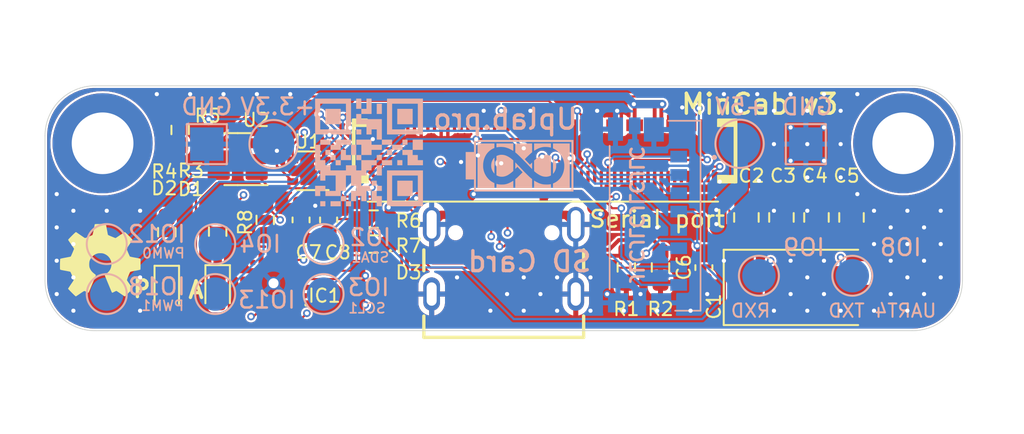
<source format=kicad_pcb>
(kicad_pcb (version 20211014) (generator pcbnew)
  (layers (0 "F.Cu" signal) (1 "In1.Cu" signal) (2 "In2.Cu" signal) (31 "B.Cu" signal) (34 "B.Paste" user) (35 "F.Paste" user) (36 "B.SilkS" user "B.Silkscreen") (37 "F.SilkS" user "F.Silkscreen") (38 "B.Mask" user) (39 "F.Mask" user) (44 "Edge.Cuts" user))
  (net 0 "")
  (net 9 "Net-(R3-Pad2)")
  (net 10 "Net-(Module1-Pad21)")
  (net 11 "Net-(J1-PadB5)")
  (net 12 "Net-(J1-PadA5)")
  (net 13 "Net-(D2-Pad1)")
  (net 14 "Net-(D1-Pad1)")
  (net 15 "GND")
  (net 16 "/SD_PWR")
  (net 17 "/nPWR_LED")
  (net 30 "/SD_PWR_ON")
  (net 31 "/SD_DAT3")
  (net 32 "/SD_DAT2")
  (net 33 "/SD_DAT1")
  (net 34 "/SD_DAT0")
  (net 35 "/SD_CMD")
  (net 36 "/SD_CLK")
  (net 48 "/GPIO4")
  (net 49 "/GPIO3")
  (net 56 "/GPIO2")
  (net 58 "/GPIO18")
  (net 61 "/GPIO15")
  (net 62 "/GPIO14")
  (net 63 "/GPIO13")
  (net 64 "/GPIO12")
  (net 66 "Net-(Module1-Pad88)")
  (net 74 "/+5v")
  (net 75 "/+3.3v")
  (net 88 "/GPIO8")
  (net 89 "/GPIO9")
  (net 90 "/D+")
  (net 91 "/D-")
  (net 92 "Net-(IC1-Pad6)")
  (net 93 "Net-(IC1-Pad8)")
  (net 94 "Net-(IC1-Pad9)")
  (footprint "Capacitor_SMD:C_0805_2012Metric" (layer "F.Cu") (at 159.35 87.4 90)
    (fp_text reference "C2")
    (fp_text value "10u")
  )
  (footprint "Capacitor_SMD:C_0805_2012Metric" (layer "F.Cu") (at 161.45 87.4 90)
    (fp_text reference "C3")
    (fp_text value "10u")
  )
  (footprint "Resistor_SMD:R_0603_1608Metric_Pad0.98x0.95mm_HandSolder" (layer "F.Cu") (at 130.5 87.55 -90)
    (fp_text reference "R8")
    (fp_text value "1K")
  )
  (footprint "Resistor_SMD:R_0603_1608Metric_Pad0.98x0.95mm_HandSolder" (layer "F.Cu") (at 137 87.5)
    (fp_text reference "R6")
    (fp_text value "22K")
  )
  (footprint "Package_TO_SOT_SMD:SOT-23-5" (layer "F.Cu") (at 128.85 83.9 180)
    (fp_text reference "U2")
    (fp_text value "RT9742GGJ5")
  )
  (footprint "CM4IO:Raspberry-Pi-4-Compute-Module-big-holes" (layer "F.Cu") (at 168.75 82.95 90)
    (fp_text reference "Module1" hide)
    (fp_text value "ComputeModule4" hide)
  )
  (footprint "SamacSys_Parts:SP0503BAHTG" (layer "F.Cu") (at 137 91.75 180)
    (fp_text reference "D3")
    (fp_text value "SP0503BAHTG" hide)
  )
  (footprint "Resistor_SMD:R_0603_1608Metric_Pad0.98x0.95mm_HandSolder" (layer "F.Cu") (at 154.2 90.4 90)
    (fp_text reference "R2")
    (fp_text value "5.1k")
  )
  (footprint "Capacitor_SMD:C_0603_1608Metric_Pad1.08x0.95mm_HandSolder" (layer "F.Cu") (at 132.65 87.55 -90)
    (fp_text reference "C7")
    (fp_text value "4.7uF")
  )
  (footprint "Resistor_SMD:R_0603_1608Metric_Pad0.98x0.95mm_HandSolder" (layer "F.Cu") (at 125.4 82.15 -90)
    (fp_text reference "R5")
    (fp_text value "12K 1%")
  )
  (footprint "Resistor_SMD:R_0603_1608Metric_Pad0.98x0.95mm_HandSolder" (layer "F.Cu") (at 124.6 88.2875 90)
    (fp_text reference "R3")
    (fp_text value "1k")
  )
  (footprint "Package_TO_SOT_SMD:SOT-353_SC-70-5" (layer "F.Cu") (at 133.1 84.6 180)
    (fp_text reference "U1")
    (fp_text value "74LVC1G07SE-7")
  )
  (footprint "Resistor_SMD:R_0603_1608Metric_Pad0.98x0.95mm_HandSolder" (layer "F.Cu") (at 127.65 88.25 90)
    (fp_text reference "R4")
    (fp_text value "1k")
  )
  (footprint "LED_SMD:LED_0603_1608Metric" (layer "F.Cu") (at 124.6 91.7875 -90)
    (fp_text reference "D1")
    (fp_text value "LED Blue")
  )
  (footprint "Capacitor_SMD:C_0805_2012Metric" (layer "F.Cu") (at 165.65 87.4 90)
    (fp_text reference "C5")
    (fp_text value "10u")
  )
  (footprint "Capacitor_SMD:C_0805_2012Metric" (layer "F.Cu") (at 163.55 87.4 90)
    (fp_text reference "C4")
    (fp_text value "10u")
  )
  (footprint "SamacSys_Parts:CP2102NA02GQFN20" (layer "F.Cu") (at 131 91.35 180)
    (fp_text reference "IC1")
    (fp_text value "CP2102N-A02-GQFN20" hide)
  )
  (footprint "" (layer "F.Cu") (at 131 91.35)
    (fp_text reference "")
    (fp_text value "")
  )
  (footprint "LOGO" (layer "F.Cu") (at 120.6 90)
    (fp_text reference "G***" hide)
    (fp_text value "LOGO" hide)
  )
  (footprint "Resistor_SMD:R_0603_1608Metric_Pad0.98x0.95mm_HandSolder" (layer "F.Cu") (at 152.15 90.4 -90)
    (fp_text reference "R1")
    (fp_text value "5.1k")
  )
  (footprint "USB4105-GF-A:GCT_USB4105-GF-A" (layer "F.Cu") (at 144.8 92)
    (fp_text reference "J1" hide)
    (fp_text value "USB4105-GF-A")
  )
  (footprint "Capacitor_SMD:C_0603_1608Metric_Pad1.08x0.95mm_HandSolder" (layer "F.Cu") (at 134.3 87.55 -90)
    (fp_text reference "C8")
    (fp_text value "100nF")
  )
  (footprint "Resistor_SMD:R_0603_1608Metric_Pad0.98x0.95mm_HandSolder" (layer "F.Cu") (at 137 89 180)
    (fp_text reference "R7")
    (fp_text value "47K")
  )
  (footprint "Capacitor_SMD:C_0603_1608Metric_Pad1.08x0.95mm_HandSolder" (layer "F.Cu") (at 156.8 90.4125 -90)
    (fp_text reference "C6")
    (fp_text value "10u")
  )
  (footprint "Capacitor_Tantalum_SMD:CP_EIA-7343-31_Kemet-D" (layer "F.Cu") (at 162.4 91.6)
    (fp_text reference "C1")
    (fp_text value "100uF" hide)
  )
  (footprint "LED_SMD:LED_0603_1608Metric" (layer "F.Cu") (at 127.65 91.75 -90)
    (fp_text reference "D2")
    (fp_text value "LED White")
  )
  (footprint "TestPoint:TestPoint_Pad_2.0x2.0mm" (layer "B.Cu") (at 127 83 180)
    (fp_text reference "GND1" hide)
    (fp_text value "GND" hide)
  )
  (footprint "TestPoint:TestPoint_Pad_D2.0mm" (layer "B.Cu") (at 134 92 180)
    (fp_text reference "IO4" hide)
    (fp_text value "GPIO3" hide)
  )
  (footprint "TestPoint:TestPoint_Pad_D2.0mm" (layer "B.Cu") (at 134 89 180)
    (fp_text reference "IO1" hide)
    (fp_text value "GPIO2" hide)
  )
  (footprint "TestPoint:TestPoint_Pad_D2.0mm" (layer "B.Cu") (at 121 89 180)
    (fp_text reference "IO2" hide)
    (fp_text value "GPIO12" hide)
  )
  (footprint "TestPoint:TestPoint_Pad_D2.0mm" (layer "B.Cu") (at 165.7 90.9 180)
    (fp_text reference "IO5" hide)
    (fp_text value "GPIO14" hide)
  )
  (footprint "TestPoint:TestPoint_Pad_D2.5mm" (layer "B.Cu") (at 131 83 180)
    (fp_text reference "+3.3V1" hide)
    (fp_text value "+3.3V" hide)
  )
  (footprint "TestPoint:TestPoint_Pad_D2.0mm" (layer "B.Cu") (at 127.5 92 180)
    (fp_text reference "IO3" hide)
    (fp_text value "GPIO13" hide)
  )
  (footprint "SamacSys_Parts:475710001" (layer "B.Cu") (at 153.85 87.3 90)
    (fp_text reference "J2" hide)
    (fp_text value "47571-0001" hide)
  )
  (footprint "TestPoint:TestPoint_Pad_2.0x2.0mm" (layer "B.Cu") (at 162.91 83 180)
    (fp_text reference "GND2" hide)
    (fp_text value "GND" hide)
  )
  (footprint "TestPoint:TestPoint_Pad_D2.0mm" (layer "B.Cu") (at 160.1 90.9 180)
    (fp_text reference "IO7" hide)
    (fp_text value "GPIO8" hide)
  )
  (footprint "LOGO" (layer "B.Cu") (at 136.75 83.5 180)
    (fp_text reference "G***" hide)
    (fp_text value "LOGO" hide)
  )
  (footprint "TestPoint:TestPoint_Pad_D2.0mm" (layer "B.Cu") (at 121 92 180)
    (fp_text reference "IO8" hide)
    (fp_text value "GPIO9" hide)
  )
  (footprint "TestPoint:TestPoint_Pad_D2.5mm" (layer "B.Cu") (at 158.94 82.98 180)
    (fp_text reference "+5V1" hide)
    (fp_text value "+5V" hide)
  )
  (footprint "TestPoint:TestPoint_Pad_D2.0mm" (layer "B.Cu") (at 127.5 89 180)
    (fp_text reference "IO6" hide)
    (fp_text value "GPIO4" hide)
  )
  (footprint "LOGO" (layer "B.Cu") (at 145.752778 85.25 180)
    (fp_text reference "G***" hide)
    (fp_text value "LOGO" hide)
  )
  (gr_arc (start 120.3 94.2) (mid 118.17868 93.32132) (end 117.3 91.2) (layer "Edge.Cuts") (width 0.05))
  (gr_line (start 172.3 82.5) (end 172.3 91.2) (layer "Edge.Cuts") (width 0.05))
  (gr_line (start 169.3 94.2) (end 120.3 94.2) (layer "Edge.Cuts") (width 0.05))
  (gr_arc (start 169.3 79.5) (mid 171.42132 80.37868) (end 172.3 82.5) (layer "Edge.Cuts") (width 0.05))
  (gr_arc (start 172.3 91.2) (mid 171.42132 93.32132) (end 169.3 94.2) (layer "Edge.Cuts") (width 0.05))
  (gr_line (start 120.3 79.5) (end 169.3 79.5) (layer "Edge.Cuts") (width 0.05))
  (gr_arc (start 117.3 82.5) (mid 118.17868 80.37868) (end 120.3 79.5) (layer "Edge.Cuts") (width 0.05))
  (gr_line (start 117.3 82.5) (end 117.3 91.2) (layer "Edge.Cuts") (width 0.05))
  (gr_text "Uplab.pro" (at 144.9 81.5) (layer "B.SilkS") (effects (font (size 1.2 1.2) (thickness 0.2)) (justify mirror)))
  (gr_text "IO3" (at 136.7 91.6) (layer "B.SilkS") (effects (font (size 1 1)) (justify mirror)))
  (gr_text "GND" (at 163 80.75) (layer "B.SilkS") (effects (font (size 1 1)) (justify mirror)))
  (gr_text "RXD" (at 159.6 93) (layer "B.SilkS") (effects (font (size 0.8 0.8) (thickness 0.12)) (justify mirror)))
  (gr_text "IO13" (at 130.6 92.35) (layer "B.SilkS") (effects (font (size 1 1)) (justify mirror)))
  (gr_text "IO8" (at 168.6 89.2) (layer "B.SilkS") (effects (font (size 1 1)) (justify mirror)))
  (gr_text "+5V" (at 159 80.75) (layer "B.SilkS") (effects (font (size 1 1)) (justify mirror)))
  (gr_text "JLCJLCJLCJLC" (at 152.75 87.25 -90) (layer "B.SilkS") (effects (font (size 0.8 0.8) (thickness 0.16)) (justify mirror)))
  (gr_text "UART4 TXD" (at 167.5 93) (layer "B.SilkS") (effects (font (size 0.8 0.8) (thickness 0.12)) (justify mirror)))
  (gr_text "SD Card" (at 146.35 90.05) (layer "B.SilkS") (effects (font (size 1.2 1.2) (thickness 0.2)) (justify mirror)))
  (gr_text "+3.3V" (at 131.25 80.75) (layer "B.SilkS") (effects (font (size 1 1)) (justify mirror)))
  (gr_text "GND" (at 127 80.75) (layer "B.SilkS") (effects (font (size 1 1)) (justify mirror)))
  (gr_text "SDA1" (at 136.8 89.8) (layer "B.SilkS") (effects (font (size 0.6 0.6) (thickness 0.1)) (justify mirror)))
  (gr_text "SCL1" (at 136.6 92.85) (layer "B.SilkS") (effects (font (size 0.6 0.6) (thickness 0.1)) (justify mirror)))
  (gr_text "IO12" (at 124 88.4) (layer "B.SilkS") (effects (font (size 1 1)) (justify mirror)))
  (gr_text "PWM0" (at 124.4 89.55) (layer "B.SilkS") (effects (font (size 0.6 0.6) (thickness 0.1)) (justify mirror)))
  (gr_text "PWM1" (at 124.35 92.7) (layer "B.SilkS") (effects (font (size 0.6 0.6) (thickness 0.1)) (justify mirror)))
  (gr_text "IO18" (at 124 91.55) (layer "B.SilkS") (effects (font (size 1 1)) (justify mirror)))
  (gr_text "IO4" (at 130.2 89) (layer "B.SilkS") (effects (font (size 1 1)) (justify mirror)))
  (gr_text "IO2" (at 136.8 88.6) (layer "B.SilkS") (effects (font (size 1 1)) (justify mirror)))
  (gr_text "IO9" (at 162.8 89.2) (layer "B.SilkS") (effects (font (size 1 1)) (justify mirror)))
  (gr_text "A" (at 126.35 91.75) (layer "F.SilkS") (effects (font (size 1 1) (thickness 0.2))))
  (gr_text "MinCab v3" (at 160.15 80.6) (layer "F.SilkS") (effects (font (size 1.2 1.2) (thickness 0.2))))
  (gr_text "P" (at 123.1 91.7) (layer "F.SilkS") (effects (font (size 1 1) (thickness 0.2))))
  (gr_text "Serial port" (at 154 87.5) (layer "F.SilkS") (effects (font (size 1 1))))
  (segment (start 132.842 82.358) (end 132.15 83.05) (width 0.13) (layer "F.Cu") (net 9))
  (segment (start 124.6 87.15) (end 126.15 85.6) (width 0.13) (layer "F.Cu") (net 9))
  (segment (start 124.6 87.375) (end 124.6 87.15) (width 0.13) (layer "F.Cu") (net 9))
  (segment (start 132.15 83.05) (end 132.15 83.95) (width 0.13) (layer "F.Cu") (net 9))
  (segment (start 132.842 82.296) (end 132.842 82.358) (width 0.13) (layer "F.Cu") (net 9))
  (via (at 126.15 85.6) (size 0.45) (drill 0.25) (layers "F.Cu" "B.Cu") (net 9))
  (via (at 132.842 82.296) (size 0.45) (drill 0.25) (layers "F.Cu" "B.Cu") (net 9))
  (segment (start 141 84.05) (end 141.2 84.05) (width 0.13) (layer "F.Cu") (net 10))
  (segment (start 129.2 86.1) (end 129.2 86.05) (width 0.13) (layer "F.Cu") (net 10))
  (segment (start 141.2 84.05) (end 141.45 84.3) (width 0.13) (layer "F.Cu") (net 10))
  (segment (start 127.6625 87.3375) (end 127.9625 87.3375) (width 0.13) (layer "F.Cu") (net 10))
  (segment (start 127.65 87.3375) (end 127.6625 87.3375) (width 0.13) (layer "F.Cu") (net 10))
  (segment (start 127.9625 87.3375) (end 129.2 86.1) (width 0.13) (layer "F.Cu") (net 10))
  (segment (start 141.45 84.3) (end 141.45 84.95) (width 0.13) (layer "F.Cu") (net 10))
  (via (at 129.2 86.05) (size 0.45) (drill 0.25) (layers "F.Cu" "B.Cu") (net 10))
  (via (at 141 84.05) (size 0.45) (drill 0.25) (layers "F.Cu" "B.Cu") (net 10))
  (segment (start 153.76798 88.75548) (end 154.5 89.4875) (width 0.23) (layer "F.Cu") (net 11))
  (segment (start 147.54048 89.34048) (end 151.12126 89.34048) (width 0.23) (layer "F.Cu") (net 11))
  (segment (start 146.55 87.245) (end 146.55 88.35) (width 0.23) (layer "F.Cu") (net 11))
  (segment (start 151.12126 89.34048) (end 151.70626 88.75548) (width 0.23) (layer "F.Cu") (net 11))
  (segment (start 146.55 88.35) (end 147.54048 89.34048) (width 0.23) (layer "F.Cu") (net 11))
  (segment (start 151.70626 88.75548) (end 153.76798 88.75548) (width 0.23) (layer "F.Cu") (net 11))
  (segment (start 143.55 87.245) (end 143.55 88.95) (width 0.23) (layer "F.Cu") (net 12))
  (segment (start 151.9375 89.7) (end 152.15 89.4875) (width 0.23) (layer "F.Cu") (net 12))
  (segment (start 144.3 89.7) (end 151.9375 89.7) (width 0.23) (layer "F.Cu") (net 12))
  (segment (start 143.55 88.95) (end 144.3 89.7) (width 0.23) (layer "F.Cu") (net 12))
  (segment (start 127.65 90.9625) (end 127.65 89.1625) (width 0.5) (layer "F.Cu") (net 13))
  (segment (start 124.6 91) (end 124.6 89.2) (width 0.5) (layer "F.Cu") (net 14))
  (segment (start 145.85 84.54898) (end 145.00102 83.7) (width 0.13) (layer "F.Cu") (net 15))
  (segment (start 148.9 85.5) (end 147.960978 85.5) (width 0.13) (layer "F.Cu") (net 15))
  (segment (start 132.55 91.6) (end 131.25 91.6) (width 0.23) (layer "F.Cu") (net 15))
  (segment (start 143.85 83.85) (end 143.7 83.7) (width 0.13) (layer "F.Cu") (net 15))
  (segment (start 149.05 85.35) (end 148.9 85.5) (width 0.13) (layer "F.Cu") (net 15))
  (segment (start 131.25 91.6) (end 131 91.35) (width 0.13) (layer "F.Cu") (net 15))
  (segment (start 137.75 89.1625) (end 137.9125 89) (width 0.13) (layer "F.Cu") (net 15))
  (segment (start 137.75 90.65) (end 137.75 89.1625) (width 0.5) (layer "F.Cu") (net 15))
  (segment (start 143.7 83.7) (end 143.273325 83.7) (width 0.13) (layer "F.Cu") (net 15))
  (segment (start 143.273325 83.7) (end 143.253368 83.680043) (width 0.13) (layer "F.Cu") (net 15))
  (segment (start 133.5125 86.6875) (end 133.5 86.7) (width 0.13) (layer "F.Cu") (net 15))
  (segment (start 145.00102 83.7) (end 143.7 83.7) (width 0.13) (layer "F.Cu") (net 15))
  (segment (start 134.3 86.6875) (end 133.5125 86.6875) (width 1) (layer "F.Cu") (net 15))
  (segment (start 148.545 87.245) (end 149.12 87.82) (width 0.5) (layer "F.Cu") (net 15))
  (segment (start 143.85 84.95) (end 143.85 83.85) (width 0.13) (layer "F.Cu") (net 15))
  (segment (start 148 87.245) (end 148.545 87.245) (width 0.5) (layer "F.Cu") (net 15))
  (segment (start 133.5 86.7) (end 132.6625 86.7) (width 1) (layer "F.Cu") (net 15))
  (segment (start 132.6625 86.7) (end 132.65 86.6875) (width 0.13) (layer "F.Cu") (net 15))
  (segment (start 141.6 87.245) (end 141.055 87.245) (width 0.5) (layer "F.Cu") (net 15))
  (segment (start 141.055 87.245) (end 140.48 87.82) (width 0.5) (layer "F.Cu") (net 15))
  (segment (start 147.85 85.389022) (end 147.85 84.95) (width 0.13) (layer "F.Cu") (net 15))
  (segment (start 145.85 84.95) (end 145.85 84.54898) (width 0.13) (layer "F.Cu") (net 15))
  (segment (start 147.960978 85.5) (end 147.85 85.389022) (width 0.13) (layer "F.Cu") (net 15))
  (segment (start 149.05 84.95) (end 149.05 85.35) (width 0.13) (layer "F.Cu") (net 15))
  (via (at 119 89) (size 0.45) (drill 0.25) (layers "F.Cu" "B.Cu") (net 15))
  (via (at 166 80) (size 0.45) (drill 0.25) (layers "F.Cu" "B.Cu") (net 15))
  (via (at 160 80) (size 0.45) (drill 0.25) (layers "F.Cu" "B.Cu") (net 15))
  (via (at 154 93) (size 0.45) (drill 0.25) (layers "F.Cu" "B.Cu") (net 15))
  (via (at 118 88) (size 0.45) (drill 0.25) (layers "F.Cu" "B.Cu") (net 15))
  (via (at 163 87) (size 0.45) (drill 0.25) (layers "F.Cu" "B.Cu") (net 15))
  (via (at 171 91) (size 0.45) (drill 0.25) (layers "F.Cu" "B.Cu") (net 15))
  (via (at 163 91) (size 0.45) (drill 0.25) (layers "F.Cu" "B.Cu") (net 15))
  (via (at 164 84) (size 0.45) (drill 0.25) (layers "F.Cu" "B.Cu") (net 15))
  (via (at 171 89) (size 0.45) (drill 0.25) (layers "F.Cu" "B.Cu") (net 15))
  (via (at 126 80) (size 0.45) (drill 0.25) (layers "F.Cu" "B.Cu") (net 15))
  (via (at 162 80) (size 0.45) (drill 0.25) (layers "F.Cu" "B.Cu") (net 15))
  (via (at 151.6 81) (size 0.45) (drill 0.25) (layers "F.Cu" "B.Cu") (net 15))
  (via (at 142 91) (size 0.45) (drill 0.25) (layers "F.Cu" "B.Cu") (net 15))
  (via (at 165 85) (size 0.45) (drill 0.25) (layers "F.Cu" "B.Cu") (net 15))
  (via (at 150 91) (size 0.45) (drill 0.25) (layers "F.Cu" "B.Cu") (net 15))
  (via (at 163 83) (size 0.45) (drill 0.25) (layers "F.Cu" "B.Cu") (net 15))
  (via (at 168 88) (size 0.45) (drill 0.25) (layers "F.Cu" "B.Cu") (net 15))
  (via (at 133.5 86.7) (size 0.45) (drill 0.25) (layers "F.Cu" "B.Cu") (net 15))
  (via (at 168 90) (size 0.45) (drill 0.25) (layers "F.Cu" "B.Cu") (net 15))
  (via (at 155.5 80.8) (size 0.45) (drill 0.25) (layers "F.Cu" "B.Cu") (net 15))
  (via (at 153 92) (size 0.45) (drill 0.25) (layers "F.Cu" "B.Cu") (net 15))
  (via (at 157 92) (size 0.45) (drill 0.25) (layers "F.Cu" "B.Cu") (net 15))
  (via (at 164 90) (size 0.45) (drill 0.25) (layers "F.Cu" "B.Cu") (net 15))
  (via (at 169 87) (size 0.45) (drill 0.25) (layers "F.Cu" "B.Cu") (net 15))
  (via (at 167 93) (size 0.45) (drill 0.25) (layers "F.Cu" "B.Cu") (net 15))
  (via (at 163 85) (size 0.45) (drill 0.25) (layers "F.Cu" "B.Cu") (net 15))
  (via (at 123 87) (size 0.45) (drill 0.25) (layers "F.Cu" "B.Cu") (net 15))
  (via (at 128 80) (size 0.45) (drill 0.25) (layers "F.Cu" "B.Cu") (net 15))
  (via (at 169 89) (size 0.45) (drill 0.25) (layers "F.Cu" "B.Cu") (net 15))
  (via (at 165 93) (size 0.45) (drill 0.25) (layers "F.Cu" "B.Cu") (net 15))
  (via (at 162 84) (size 0.45) (drill 0.25) (layers "F.Cu" "B.Cu") (net 15))
  (via (at 165 81) (size 0.45) (drill 0.25) (layers "F.Cu" "B.Cu") (net 15))
  (via (at 170 88) (size 0.45) (drill 0.25) (layers "F.Cu" "B.Cu") (net 15))
  (via (at 162 92) (size 0.45) (drill 0.25) (layers "F.Cu" "B.Cu") (net 15))
  (via (at 123 93) (size 0.45) (drill 0.25) (layers "F.Cu" "B.Cu") (net 15))
  (via (at 157.75 85.25) (size 0.45) (drill 0.25) (layers "F.Cu" "B.Cu") (net 15))
  (via (at 132 80) (size 0.45) (drill 0.25) (layers "F.Cu" "B.Cu") (net 15))
  (via (at 162 90) (size 0.45) (drill 0.25) (layers "F.Cu" "B.Cu") (net 15))
  (via (at 118 86) (size 0.45) (drill 0.25) (layers "F.Cu" "B.Cu") (net 15))
  (via (at 146 93) (size 0.45) (drill 0.25) (layers "F.Cu" "B.Cu") (net 15))
  (via (at 144 93) (size 0.45) (drill 0.25) (layers "F.Cu" "B.Cu") (net 15))
  (via (at 119 91) (size 0.45) (drill 0.25) (layers "F.Cu" "B.Cu") (net 15))
  (via (at 136.95 82.7) (size 0.45) (drill 0.25) (layers "F.Cu" "B.Cu") (net 15))
  (via (at 158 80) (size 0.45) (drill 0.25) (layers "F.Cu" "B.Cu") (net 15))
  (via (at 150 93) (size 0.45) (drill 0.25) (layers "F.Cu" "B.Cu") (net 15))
  (via (at 146.4 81) (size 0.45) (drill 0.25) (layers "F.Cu" "B.Cu") (net 15))
  (via (at 130 80) (size 0.45) (drill 0.25) (layers "F.Cu" "B.Cu") (net 15))
  (via (at 167 89) (size 0.45) (drill 0.25) (layers "F.Cu" "B.Cu") (net 15))
  (via (at 159 81) (size 0.45) (drill 0.25) (layers "F.Cu" "B.Cu") (net 15))
  (via (at 147 92) (size 0.45) (drill 0.25) (layers "F.Cu" "B.Cu") (net 15))
  (via (at 170 90) (size 0.45) (drill 0.25) (layers "F.Cu" "B.Cu") (net 15))
  (via (at 169 93) (size 0.45) (drill 0.25) (layers "F.Cu" "B.Cu") (net 15))
  (via (at 161 87) (size 0.45) (drill 0.25) (layers "F.Cu" "B.Cu") (net 15))
  (via (at 171 87) (size 0.45) (drill 0.25) (layers "F.Cu" "B.Cu") (net 15))
  (via (at 121 87) (size 0.45) (drill 0.25) (layers "F.Cu" "B.Cu") (net 15))
  (via (at 143.253368 83.680043) (size 0.45) (drill 0.25) (layers "F.Cu" "B.Cu") (net 15))
  (via (at 143.6 81) (size 0.45) (drill 0.25) (layers "F.Cu" "B.Cu") (net 15))
  (via (at 161 83) (size 0.45) (drill 0.25) (layers "F.Cu" "B.Cu") (net 15))
  (via (at 154 88) (size 0.45) (drill 0.25) (layers "F.Cu" "B.Cu") (net 15))
  (via (at 148 91) (size 0.45) (drill 0.25) (layers "F.Cu" "B.Cu") (net 15))
  (via (at 163 93) (size 0.45) (drill 0.25) (layers "F.Cu" "B.Cu") (net 15))
  (via (at 145 92) (size 0.45) (drill 0.25) (layers "F.Cu" "B.Cu") (net 15))
  (via (at 152 93) (size 0.45) (drill 0.25) (layers "F.Cu" "B.Cu") (net 15))
  (via (at 158 90) (size 0.45) (drill 0.25) (layers "F.Cu" "B.Cu") (net 15))
  (via (at 123 91) (size 0.45) (drill 0.25) (layers "F.Cu" "B.Cu") (net 15))
  (via (at 156 93) (size 0.45) (drill 0.25) (layers "F.Cu" "B.Cu") (net 15))
  (via (at 168 92) (size 0.45) (drill 0.25) (layers "F.Cu" "B.Cu") (net 15))
  (via (at 166 86) (size 0.45) (drill 0.25) (layers "F.Cu" "B.Cu") (net 15))
  (via (at 151 92) (size 0.45) (drill 0.25) (layers "F.Cu" "B.Cu") (net 15))
  (via (at 162 82) (size 0.45) (drill 0.25) (layers "F.Cu" "B.Cu") (net 15))
  (via (at 169 91) (size 0.45) (drill 0.25) (layers "F.Cu" "B.Cu") (net 15))
  (via (at 163 81) (size 0.45) (drill 0.25) (layers "F.Cu" "B.Cu") (net 15))
  (via (at 150.4 81) (size 0.45) (drill 0.25) (layers "F.Cu" "B.Cu") (net 15))
  (via (at 118 92) (size 0.45) (drill 0.25) (layers "F.Cu" "B.Cu") (net 15))
  (via (at 164 82) (size 0.45) (drill 0.25) (layers "F.Cu" "B.Cu") (net 15))
  (via (at 164 92) (size 0.45) (drill 0.25) (layers "F.Cu" "B.Cu") (net 15))
  (via (at 161 81) (size 0.45) (drill 0.25) (layers "F.Cu" "B.Cu") (net 15))
  (via (at 161 93) (size 0.45) (drill 0.25) (layers "F.Cu" "B.Cu") (net 15))
  (via (at 164 80) (size 0.45) (drill 0.25) (layers "F.Cu" "B.Cu") (net 15))
  (via (at 165 83) (size 0.45) (drill 0.25) (layers "F.Cu" "B.Cu") (net 15))
  (via (at 119 87) (size 0.45) (drill 0.25) (layers "F.Cu" "B.Cu") (net 15))
  (via (at 142.24 84.074) (size 0.45) (drill 0.25) (layers "F.Cu" "B.Cu") (net 15))
  (via (at 118 90) (size 0.45) (drill 0.25) (layers "F.Cu" "B.Cu") (net 15))
  (via (at 170 92) (size 0.45) (drill 0.25) (layers "F.Cu" "B.Cu") (net 15))
  (via (at 124 80) (size 0.45) (drill 0.25) (layers "F.Cu" "B.Cu") (net 15))
  (via (at 148 93) (size 0.45) (drill 0.25) (layers "F.Cu" "B.Cu") (net 15))
  (via (at 167 87) (size 0.45) (drill 0.25) (layers "F.Cu" "B.Cu") (net 15))
  (via (at 146 91) (size 0.45) (drill 0.25) (layers "F.Cu" "B.Cu") (net 15))
  (via (at 119 93) (size 0.45) (drill 0.25) (layers "F.Cu" "B.Cu") (net 15))
  (via (at 160.1 85.2) (size 0.45) (drill 0.25) (layers "F.Cu" "B.Cu") (net 15))
  (segment (start 134.7 85.65) (end 130.7875 85.65) (width 0.13) (layer "F.Cu") (net 16))
  (segment (start 156.4 89.3) (end 156.65 89.55) (width 0.13) (layer "F.Cu") (net 16))
  (segment (start 140.419511 90.419511) (end 139.5 89.5) (width 0.13) (layer "F.Cu") (net 16))
  (segment (start 156.4 89.1) (end 156.4 89.3) (width 0.13) (layer "F.Cu") (net 16))
  (segment (start 156.4 89.15) (end 156.8 89.55) (width 0.13) (layer "F.Cu") (net 16))
  (segment (start 138.45 86.15) (end 135.2 86.15) (width 0.13) (layer "F.Cu") (net 16))
  (segment (start 139.5 89.5) (end 139.5 87.2) (width 0.13) (layer "F.Cu") (net 16))
  (segment (start 139.5 87.2) (end 138.45 86.15) (width 0.13) (layer "F.Cu") (net 16))
  (segment (start 156.4 89.1) (end 156.4 89.15) (width 0.13) (layer "F.Cu") (net 16))
  (segment (start 152.480489 90.419511) (end 140.419511 90.419511) (width 0.13) (layer "F.Cu") (net 16))
  (segment (start 135.2 86.15) (end 134.7 85.65) (width 0.13) (layer "F.Cu") (net 16))
  (segment (start 153.35 89.55) (end 152.480489 90.419511) (width 0.13) (layer "F.Cu") (net 16))
  (segment (start 130.7875 85.65) (end 129.9875 84.85) (width 0.13) (layer "F.Cu") (net 16))
  (via (at 156.4 89.1) (size 0.45) (drill 0.25) (layers "F.Cu" "B.Cu") (net 16))
  (via (at 153.35 89.55) (size 0.45) (drill 0.25) (layers "F.Cu" "B.Cu") (net 16))
  (segment (start 156.4 87.3) (end 156.15 87.05) (width 0.13) (layer "B.Cu") (net 16))
  (segment (start 156.15 87.05) (end 155.29 87.05) (width 0.13) (layer "B.Cu") (net 16))
  (segment (start 156.4 89.1) (end 156.4 87.3) (width 0.13) (layer "B.Cu") (net 16))
  (segment (start 154.194511 88.705489) (end 156.005489 88.705489) (width 0.13) (layer "B.Cu") (net 16))
  (segment (start 156.005489 88.705489) (end 156.4 89.1) (width 0.13) (layer "B.Cu") (net 16))
  (segment (start 153.35 89.55) (end 154.194511 88.705489) (width 0.13) (layer "B.Cu") (net 16))
  (segment (start 156.25 84.55) (end 156.25 84.95) (width 0.13) (layer "F.Cu") (net 17))
  (segment (start 156.45 84.35) (end 156.25 84.55) (width 0.13) (layer "F.Cu") (net 17))
  (segment (start 157.75 84.35) (end 156.45 84.35) (width 0.13) (layer "F.Cu") (net 17))
  (segment (start 136.9 85.6) (end 136.9 85.239022) (width 0.13) (layer "F.Cu") (net 17))
  (segment (start 136.9 85.239022) (end 136.260978 84.6) (width 0.13) (layer "F.Cu") (net 17))
  (segment (start 136.260978 84.6) (end 134.05 84.6) (width 0.13) (layer "F.Cu") (net 17))
  (via (at 157.75 84.35) (size 0.45) (drill 0.25) (layers "F.Cu" "B.Cu") (net 17))
  (via (at 136.9 85.6) (size 0.45) (drill 0.25) (layers "F.Cu" "B.Cu") (net 17))
  (segment (start 139.196639 90.4) (end 142.3 90.4) (width 0.13) (layer "B.Cu") (net 17))
  (segment (start 156.7 93.5) (end 158 92.2) (width 0.13) (layer "B.Cu") (net 17))
  (segment (start 156.819511 90.219511) (end 156.819511 85.280489) (width 0.13) (layer "B.Cu") (net 17))
  (segment (start 145.4 93.5) (end 156.7 93.5) (width 0.13) (layer "B.Cu") (net 17))
  (segment (start 158 92.2) (end 158 91.4) (width 0.13) (layer "B.Cu") (net 17))
  (segment (start 156.819511 85.280489) (end 157.75 84.35) (width 0.13) (layer "B.Cu") (net 17))
  (segment (start 136.9 88.103361) (end 139.196639 90.4) (width 0.13) (layer "B.Cu") (net 17))
  (segment (start 142.3 90.4) (end 145.4 93.5) (width 0.13) (layer "B.Cu") (net 17))
  (segment (start 158 91.4) (end 156.819511 90.219511) (width 0.13) (layer "B.Cu") (net 17))
  (segment (start 136.9 85.6) (end 136.9 88.103361) (width 0.13) (layer "B.Cu") (net 17))
  (segment (start 152.25 84.35) (end 152.25 84.95) (width 0.13) (layer "F.Cu") (net 30))
  (segment (start 127.6 83.0625) (end 127.7125 82.95) (width 0.13) (layer "F.Cu") (net 30))
  (segment (start 156.24048 80.14048) (end 133.07202 80.14048) (width 0.13) (layer "F.Cu") (net 30))
  (segment (start 132.3125 80.9) (end 133.07202 80.14048) (width 0.13) (layer "F.Cu") (net 30))
  (segment (start 156.5 80.4) (end 156.24048 80.14048) (width 0.13) (layer "F.Cu") (net 30))
  (segment (start 127.7125 82.9375) (end 129.75 80.9) (width 0.13) (layer "F.Cu") (net 30))
  (segment (start 156.5 80.85) (end 156.5 80.4) (width 0.13) (layer "F.Cu") (net 30))
  (segment (start 157 83.9305) (end 156.9805 83.95) (width 0.13) (layer "F.Cu") (net 30))
  (segment (start 127.7125 82.95) (end 127.7125 82.9375) (width 0.13) (layer "F.Cu") (net 30))
  (segment (start 129.75 80.9) (end 132.3125 80.9) (width 0.13) (layer "F.Cu") (net 30))
  (segment (start 156.9805 83.95) (end 152.65 83.95) (width 0.13) (layer "F.Cu") (net 30))
  (segment (start 152.65 83.95) (end 152.25 84.35) (width 0.13) (layer "F.Cu") (net 30))
  (segment (start 125.4 83.0625) (end 127.6 83.0625) (width 0.13) (layer "F.Cu") (net 30))
  (via (at 157 83.9305) (size 0.45) (drill 0.25) (layers "F.Cu" "B.Cu") (net 30))
  (via (at 156.5 80.85) (size 0.45) (drill 0.25) (layers "F.Cu" "B.Cu") (net 30))
  (segment (start 157 83.9305) (end 156.5 83.4305) (width 0.13) (layer "B.Cu") (net 30))
  (segment (start 156.5 83.4305) (end 156.5 80.85) (width 0.13) (layer "B.Cu") (net 30))
  (segment (start 149.8 83.6) (end 149.8 84.05) (width 0.13) (layer "F.Cu") (net 31))
  (segment (start 149.8 84.05) (end 149.45 84.4) (width 0.13) (layer "F.Cu") (net 31))
  (segment (start 149.45 84.4) (end 149.45 84.95) (width 0.13) (layer "F.Cu") (net 31))
  (via (at 149.8 83.6) (size 0.45) (drill 0.25) (layers "F.Cu" "B.Cu") (net 31))
  (segment (start 150.6 84.85) (end 155.29 84.85) (width 0.13) (layer "B.Cu") (net 31))
  (segment (start 149.8 84.05) (end 150.6 84.85) (width 0.13) (layer "B.Cu") (net 31))
  (segment (start 149.8 83.6) (end 149.8 84.05) (width 0.13) (layer "B.Cu") (net 31))
  (segment (start 151.052236 84.103267) (end 151.052236 84.947764) (width 0.13) (layer "F.Cu") (net 32))
  (segment (start 151.052236 84.947764) (end 151.05 84.95) (width 0.13) (layer "F.Cu") (net 32))
  (via (at 151.052236 84.103267) (size 0.45) (drill 0.25) (layers "F.Cu" "B.Cu") (net 32))
  (segment (start 151.45 83.75) (end 151.405503 83.75) (width 0.13) (layer "B.Cu") (net 32))
  (segment (start 151.405503 83.75) (end 151.052236 84.103267) (width 0.13) (layer "B.Cu") (net 32))
  (segment (start 155.29 83.75) (end 151.45 83.75) (width 0.13) (layer "B.Cu") (net 32))
  (segment (start 150.65 85.7) (end 150.65 84.95) (width 0.13) (layer "F.Cu") (net 33))
  (segment (start 151.55 86.15) (end 151.1 86.15) (width 0.13) (layer "F.Cu") (net 33))
  (segment (start 151.1 86.15) (end 150.65 85.7) (width 0.13) (layer "F.Cu") (net 33))
  (via (at 151.55 86.15) (size 0.45) (drill 0.25) (layers "F.Cu" "B.Cu") (net 33))
  (segment (start 153.05 91.45) (end 151.15 89.55) (width 0.13) (layer "B.Cu") (net 33))
  (segment (start 155.29 91.45) (end 153.05 91.45) (width 0.13) (layer "B.Cu") (net 33))
  (segment (start 151.15 89.55) (end 151.15 86.55) (width 0.13) (layer "B.Cu") (net 33))
  (segment (start 151.15 86.55) (end 151.55 86.15) (width 0.13) (layer "B.Cu") (net 33))
  (segment (start 151.85 86.85) (end 151.310978 86.85) (width 0.13) (layer "F.Cu") (net 34))
  (segment (start 151.310978 86.85) (end 149.85 85.389022) (width 0.13) (layer "F.Cu") (net 34))
  (segment (start 149.85 85.389022) (end 149.85 84.95) (width 0.13) (layer "F.Cu") (net 34))
  (via (at 151.85 86.85) (size 0.45) (drill 0.25) (layers "F.Cu" "B.Cu") (net 34))
  (segment (start 152.45 90.35) (end 155.29 90.35) (width 0.13) (layer "B.Cu") (net 34))
  (segment (start 151.85 86.85) (end 151.85 89.75) (width 0.13) (layer "B.Cu") (net 34))
  (segment (start 151.85 89.75) (end 152.45 90.35) (width 0.13) (layer "B.Cu") (net 34))
  (segment (start 149.2 81) (end 149.45 81.25) (width 0.13) (layer "F.Cu") (net 35))
  (segment (start 149.45 81.25) (end 149.45 81.87) (width 0.13) (layer "F.Cu") (net 35))
  (via (at 149.2 81) (size 0.45) (drill 0.25) (layers "F.Cu" "B.Cu") (net 35))
  (segment (start 153.80952 85.10952) (end 150.492503 85.109519) (width 0.13) (layer "B.Cu") (net 35))
  (segment (start 150.492503 85.109519) (end 149.2 83.817016) (width 0.13) (layer "B.Cu") (net 35))
  (segment (start 155.29 85.95) (end 154.65 85.95) (width 0.13) (layer "B.Cu") (net 35))
  (segment (start 149.2 83.817016) (end 149.2 81) (width 0.13) (layer "B.Cu") (net 35))
  (segment (start 154.65 85.95) (end 153.80952 85.10952) (width 0.13) (layer "B.Cu") (net 35))
  (segment (start 148.65 83.95) (end 148.65 84.95) (width 0.13) (layer "F.Cu") (net 36))
  (segment (start 148.75 83.85) (end 148.65 83.95) (width 0.13) (layer "F.Cu") (net 36))
  (via (at 148.75 83.85) (size 0.45) (drill 0.25) (layers "F.Cu" "B.Cu") (net 36))
  (segment (start 155.1 88.15) (end 155.29 88.15) (width 0.13) (layer "B.Cu") (net 36))
  (segment (start 150.269038 85.369038) (end 152.31904 85.36904) (width 0.13) (layer "B.Cu") (net 36))
  (segment (start 148.75 83.85) (end 150.269038 85.369038) (width 0.13) (layer "B.Cu") (net 36))
  (segment (start 152.31904 85.36904) (end 155.1 88.15) (width 0.13) (layer "B.Cu") (net 36))
  (segment (start 147.5 80.4) (end 147.85 80.75) (width 0.13) (layer "F.Cu") (net 48))
  (segment (start 147.85 80.75) (end 147.85 81.87) (width 0.13) (layer "F.Cu") (net 48))
  (segment (start 135.15 81.4) (end 136.15 80.4) (width 0.13) (layer "F.Cu") (net 48))
  (segment (start 136.15 80.4) (end 147.5 80.4) (width 0.13) (layer "F.Cu") (net 48))
  (via (at 135.15 81.4) (size 0.45) (drill 0.25) (layers "F.Cu" "B.Cu") (net 48))
  (segment (start 128.85 89) (end 127.5 89) (width 0.13) (layer "B.Cu") (net 48))
  (segment (start 135.15 82.7) (end 128.85 89) (width 0.13) (layer "B.Cu") (net 48))
  (segment (start 135.15 81.4) (end 135.15 82.7) (width 0.13) (layer "B.Cu") (net 48))
  (segment (start 148.2 81.92) (end 148.25 81.87) (width 0.13) (layer "F.Cu") (net 49))
  (segment (start 148.2 82.32102) (end 148.2 81.92) (width 0.13) (layer "F.Cu") (net 49))
  (segment (start 143.15 82.7) (end 145.7 82.7) (width 0.13) (layer "F.Cu") (net 49))
  (segment (start 147.92102 82.6) (end 148.2 82.32102) (width 0.13) (layer "F.Cu") (net 49))
  (segment (start 145.7 82.7) (end 145.8 82.6) (width 0.13) (layer "F.Cu") (net 49))
  (segment (start 145.8 82.6) (end 147.92102 82.6) (width 0.13) (layer "F.Cu") (net 49))
  (via (at 143.15 82.7) (size 0.45) (drill 0.25) (layers "F.Cu" "B.Cu") (net 49))
  (segment (start 136 90) (end 134 92) (width 0.13) (layer "B.Cu") (net 49))
  (segment (start 139 82.7) (end 136 85.7) (width 0.13) (layer "B.Cu") (net 49))
  (segment (start 136 85.7) (end 136 90) (width 0.13) (layer "B.Cu") (net 49))
  (segment (start 143.15 82.7) (end 139 82.7) (width 0.13) (layer "B.Cu") (net 49))
  (segment (start 148.65 82.35) (end 148.65 81.87) (width 0.13) (layer "F.Cu") (net 56))
  (segment (start 145.999474 83.250496) (end 146.24997 83) (width 0.13) (layer "F.Cu") (net 56))
  (segment (start 148 83) (end 148.65 82.35) (width 0.13) (layer "F.Cu") (net 56))
  (segment (start 146.24997 83) (end 148 83) (width 0.13) (layer "F.Cu") (net 56))
  (via (at 145.999474 83.250496) (size 0.45) (drill 0.25) (layers "F.Cu" "B.Cu") (net 56))
  (segment (start 144.948978 82.2) (end 139.05 82.2) (width 0.13) (layer "B.Cu") (net 56))
  (segment (start 135.3 85.95) (end 135.3 87.4) (width 0.13) (layer "B.Cu") (net 56))
  (segment (start 145.999474 83.250496) (end 144.948978 82.2) (width 0.13) (layer "B.Cu") (net 56))
  (segment (start 139.05 82.2) (end 135.3 85.95) (width 0.13) (layer "B.Cu") (net 56))
  (segment (start 135.3 87.4) (end 134 88.7) (width 0.13) (layer "B.Cu") (net 56))
  (segment (start 134 88.7) (end 134 89) (width 0.13) (layer "B.Cu") (net 56))
  (segment (start 133.8 81.2045) (end 135.8455 83.25) (width 0.13) (layer "F.Cu") (net 58))
  (segment (start 145.825706 83.670007) (end 146.171027 83.670007) (width 0.13) (layer "F.Cu") (net 58))
  (segment (start 135.8455 83.25) (end 145.579963 83.25) (width 0.13) (layer "F.Cu") (net 58))
  (segment (start 147.05 84.54898) (end 147.05 84.95) (width 0.13) (layer "F.Cu") (net 58))
  (segment (start 146.171027 83.670007) (end 147.05 84.54898) (width 0.13) (layer "F.Cu") (net 58))
  (segment (start 145.579963 83.25) (end 145.579963 83.424264) (width 0.13) (layer "F.Cu") (net 58))
  (segment (start 145.579963 83.424264) (end 145.825706 83.670007) (width 0.13) (layer "F.Cu") (net 58))
  (via (at 133.8 81.2045) (size 0.45) (drill 0.25) (layers "F.Cu" "B.Cu") (net 58))
  (segment (start 134.85 82.55) (end 132.13998 85.26002) (width 0.13) (layer "B.Cu") (net 58))
  (segment (start 127.73998 85.26002) (end 121 92) (width 0.13) (layer "B.Cu") (net 58))
  (segment (start 133.8 81.2045) (end 134.85 82.2545) (width 0.13) (layer "B.Cu") (net 58))
  (segment (start 132.13998 85.26002) (end 127.73998 85.26002) (width 0.13) (layer "B.Cu") (net 58))
  (segment (start 134.85 82.2545) (end 134.85 82.55) (width 0.13) (layer "B.Cu") (net 58))
  (segment (start 130.75 92.9) (end 130.75 93.48) (width 0.13) (layer "F.Cu") (net 61))
  (segment (start 130.92 93.65) (end 132.5 93.65) (width 0.13) (layer "F.Cu") (net 61))
  (segment (start 130.75 93.48) (end 130.92 93.65) (width 0.13) (layer "F.Cu") (net 61))
  (segment (start 147.45 84.1) (end 147.1 83.75) (width 0.13) (layer "F.Cu") (net 61))
  (segment (start 132.5 93.65) (end 133 93.15) (width 0.13) (layer "F.Cu") (net 61))
  (segment (start 147.45 84.95) (end 147.45 84.1) (width 0.13) (layer "F.Cu") (net 61))
  (via (at 133 93.15) (size 0.45) (drill 0.25) (layers "F.Cu" "B.Cu") (net 61))
  (via (at 147.1 83.75) (size 0.45) (drill 0.25) (layers "F.Cu" "B.Cu") (net 61))
  (segment (start 148.25 84.15) (end 147.9 83.8) (width 0.13) (layer "F.Cu") (net 62))
  (segment (start 129.65 93.35) (end 129.8 93.35) (width 0.13) (layer "F.Cu") (net 62))
  (segment (start 129.8 93.35) (end 130.25 92.9) (width 0.13) (layer "F.Cu") (net 62))
  (segment (start 148.25 84.95) (end 148.25 84.15) (width 0.13) (layer "F.Cu") (net 62))
  (via (at 147.9 83.8) (size 0.45) (drill 0.25) (layers "F.Cu" "B.Cu") (net 62))
  (via (at 129.65 93.35) (size 0.45) (drill 0.25) (layers "F.Cu" "B.Cu") (net 62))
  (segment (start 135.6 82.025) (end 136.625 81) (width 0.13) (layer "F.Cu") (net 63))
  (segment (start 136.625 81) (end 142.18102 81) (width 0.13) (layer "F.Cu") (net 63))
  (segment (start 142.18102 81) (end 142.65 81.46898) (width 0.13) (layer "F.Cu") (net 63))
  (segment (start 142.65 81.46898) (end 142.65 81.87) (width 0.13) (layer "F.Cu") (net 63))
  (via (at 135.6 82.025) (size 0.45) (drill 0.25) (layers "F.Cu" "B.Cu") (net 63))
  (segment (start 130.4 89.6) (end 128 92) (width 0.13) (layer "B.Cu") (net 63))
  (segment (start 130.4 87.95) (end 130.4 89.6) (width 0.13) (layer "B.Cu") (net 63))
  (segment (start 135.6 82.025) (end 135.6 82.75) (width 0.13) (layer "B.Cu") (net 63))
  (segment (start 135.6 82.75) (end 130.4 87.95) (width 0.13) (layer "B.Cu") (net 63))
  (segment (start 143.45 84.55) (end 143.45 84.95) (width 0.13) (layer "F.Cu") (net 64))
  (segment (start 142.475 83.575) (end 143.45 84.55) (width 0.13) (layer "F.Cu") (net 64))
  (segment (start 135.475 83.575) (end 135.925 83.575) (width 0.13) (layer "F.Cu") (net 64))
  (segment (start 142.475 83.575) (end 135.925 83.575) (width 0.13) (layer "F.Cu") (net 64))
  (segment (start 134.35 82.45) (end 135.475 83.575) (width 0.13) (layer "F.Cu") (net 64))
  (via (at 134.35 82.45) (size 0.45) (drill 0.25) (layers "F.Cu" "B.Cu") (net 64))
  (segment (start 121 89) (end 122 89) (width 0.13) (layer "B.Cu") (net 64))
  (segment (start 131.95 84.85) (end 134.35 82.45) (width 0.13) (layer "B.Cu") (net 64))
  (segment (start 126.15 84.85) (end 131.95 84.85) (width 0.13) (layer "B.Cu") (net 64))
  (segment (start 122 89) (end 126.15 84.85) (width 0.13) (layer "B.Cu") (net 64))
  (segment (start 155.05 81.3) (end 154.95 81.2) (width 0.13) (layer "F.Cu") (net 66))
  (segment (start 154.95 81.2) (end 154.75 81.2) (width 0.13) (layer "F.Cu") (net 66))
  (segment (start 154.75 81.2) (end 154.65 81.3) (width 0.13) (layer "F.Cu") (net 66))
  (segment (start 154.65 81.3) (end 154.65 81.87) (width 0.13) (layer "F.Cu") (net 66))
  (segment (start 155.05 81.87) (end 155.05 81.3) (width 0.13) (layer "F.Cu") (net 66))
  (segment (start 150.2 86.8) (end 149.4 86) (width 0.5) (layer "F.Cu") (net 74))
  (segment (start 152.8 86.5) (end 153.45 86.5) (width 0.23) (layer "F.Cu") (net 74))
  (segment (start 142.4 86.6) (end 143 86) (width 0.5) (layer "F.Cu") (net 74))
  (segment (start 132.65 88.4125) (end 134.3 88.4125) (width 0.13) (layer "F.Cu") (net 74))
  (segment (start 131.75 89.8) (end 131.75 89.3125) (width 0.13) (layer "F.Cu") (net 74))
  (segment (start 153.8 86.5) (end 152.8 86.5) (width 1) (layer "F.Cu") (net 74))
  (segment (start 157 86.5) (end 157.65 87.15) (width 1) (layer "F.Cu") (net 74))
  (segment (start 149.4 86) (end 147.4 86) (width 0.5) (layer "F.Cu") (net 74))
  (segment (start 152.8 87.108462) (end 152.8 86.5) (width 1) (layer "F.Cu") (net 74))
  (segment (start 143 86) (end 147.4 86) (width 0.5) (layer "F.Cu") (net 74))
  (segment (start 153.85 86.45) (end 153.8 86.5) (width 0.23) (layer "F.Cu") (net 74))
  (segment (start 134.3 88.4125) (end 135.55702 89.66952) (width 0.13) (layer "F.Cu") (net 74))
  (segment (start 165.65 88.35) (end 158.9 88.35) (width 1) (layer "F.Cu") (net 74))
  (segment (start 152.65 86.35) (end 152.65 84.95) (width 0.23) (layer "F.Cu") (net 74))
  (segment (start 157.65 87.15) (end 157.65 88) (width 1) (layer "F.Cu") (net 74))
  (segment (start 154.65 84.95) (end 154.65 86.05) (width 0.23) (layer "F.Cu") (net 74))
  (segment (start 136.95 89.235968) (end 136.95 88.03125) (width 0.13) (layer "F.Cu") (net 74))
  (segment (start 147.2 86.2) (end 147.4 86) (width 0.5) (layer "F.Cu") (net 74))
  (segment (start 155.1 86.5) (end 154.5 86.5) (width 1) (layer "F.Cu") (net 74))
  (segment (start 155.1 86.5) (end 157 86.5) (width 1) (layer "F.Cu") (net 74))
  (segment (start 131.75 89.3125) (end 132.65 88.4125) (width 0.13) (layer "F.Cu") (net 74))
  (segment (start 137.9125 87.5) (end 138.2 87.5) (width 0.13) (layer "F.Cu") (net 74))
  (segment (start 139.85 86) (end 139.8 86) (width 0.5) (layer "F.Cu") (net 74))
  (segment (start 137.9125 86.8125) (end 137.9125 87.5) (width 0.5) (layer "F.Cu") (net 74))
  (segment (start 137.48125 87.5) (end 137.9125 87.5) (width 0.13) (layer "F.Cu") (net 74))
  (segment (start 152.8 86.5) (end 152.65 86.35) (width 0.23) (layer "F.Cu") (net 74))
  (segment (start 139.8 86) (end 139.55 86.25) (width 0.5) (layer "F.Cu") (net 74))
  (segment (start 152.203951 87.704511) (end 152.8 87.108462) (width 1) (layer "F.Cu") (net 74))
  (segment (start 138.2 87.5) (end 139 88.3) (width 0.23) (layer "F.Cu") (net 74))
  (segment (start 153.85 84.95) (end 153.85 86.45) (width 0.23) (layer "F.Cu") (net 74))
  (segment (start 154.65 86.05) (end 155.1 86.5) (width 0.23) (layer "F.Cu") (net 74))
  (segment (start 159.2875 88.7375) (end 158.9 88.35) (width 1) (layer "F.Cu") (net 74))
  (segment (start 142.4 87.245) (end 142.4 86.6) (width 0.5) (layer "F.Cu") (net 74))
  (segment (start 159.2875 91.6) (end 159.2875 88.7375) (width 1) (layer "F.Cu") (net 74))
  (segment (start 135.55702 89.66952) (end 136.516448 89.66952) (width 0.13) (layer "F.Cu") (net 74))
  (segment (start 154.25 86.25) (end 154.5 86.5) (width 0.23) (layer "F.Cu") (net 74))
  (segment (start 153.05 86.05) (end 153.05 84.95) (width 0.23) (layer "F.Cu") (net 74))
  (segment (start 150.2 86.8) (end 151.1 87.7) (width 0.8) (layer "F.Cu") (net 74))
  (segment (start 147.2 87.245) (end 147.2 86.2) (width 0.5) (layer "F.Cu") (net 74))
  (segment (start 136.516448 89.66952) (end 136.95 89.235968) (width 0.13) (layer "F.Cu") (net 74))
  (segment (start 143 86) (end 139.85 86) (width 0.5) (layer "F.Cu") (net 74))
  (segment (start 136.95 88.03125) (end 137.48125 87.5) (width 0.13) (layer "F.Cu") (net 74))
  (segment (start 151.1 87.7) (end 151.25 87.7) (width 0.8) (layer "F.Cu") (net 74))
  (segment (start 139 88.3) (end 139 91.8) (width 0.23) (layer "F.Cu") (net 74))
  (segment (start 137.9 86.8) (end 137.9125 86.8125) (width 0.5) (layer "F.Cu") (net 74))
  (segment (start 157.65 88) (end 158 88.35) (width 1) (layer "F.Cu") (net 74))
  (segment (start 151.254511 87.704511) (end 152.203951 87.704511) (width 1) (layer "F.Cu") (net 74))
  (segment (start 154.5 86.5) (end 153.8 86.5) (width 1) (layer "F.Cu") (net 74))
  (segment (start 154.25 84.95) (end 154.25 86.25) (width 0.23) (layer "F.Cu") (net 74))
  (segment (start 158 88.35) (end 158.9 88.35) (width 1) (layer "F.Cu") (net 74))
  (segment (start 151.25 87.7) (end 151.254511 87.704511) (width 1) (layer "F.Cu") (net 74))
  (segment (start 139 91.8) (end 137.95 92.85) (width 0.23) (layer "F.Cu") (net 74))
  (segment (start 153.45 86.5) (end 153.45 84.95) (width 0.23) (layer "F.Cu") (net 74))
  (via (at 143 86) (size 0.45) (drill 0.25) (layers "F.Cu" "B.Cu") (net 74))
  (via (at 157.55 87.8) (size 0.45) (drill 0.25) (layers "F.Cu" "B.Cu") (net 74))
  (via (at 150.6 87.2) (size 0.45) (drill 0.25) (layers "F.Cu" "B.Cu") (net 74))
  (via (at 157.55 86.95) (size 0.45) (drill 0.25) (layers "F.Cu" "B.Cu") (net 74))
  (via (at 137.9 86.8) (size 0.45) (drill 0.25) (layers "F.Cu" "B.Cu") (net 74))
  (via (at 139.55 86.25) (size 0.45) (drill 0.25) (layers "F.Cu" "B.Cu") (net 74))
  (segment (start 157.55 86.95) (end 157.55 87.8) (width 1) (layer "B.Cu") (net 74))
  (segment (start 150.6 87.2) (end 149.4 86) (width 0.5) (layer "B.Cu") (net 74))
  (segment (start 158 86.5) (end 157.55 86.95) (width 1) (layer "B.Cu") (net 74))
  (segment (start 158.94 85.57) (end 158.94 82.98) (width 1) (layer "B.Cu") (net 74))
  (segment (start 158.01 86.5) (end 158.94 85.57) (width 1) (layer "B.Cu") (net 74))
  (segment (start 139 86.8) (end 139.55 86.25) (width 0.5) (layer "B.Cu") (net 74))
  (segment (start 158.01 86.5) (end 158 86.5) (width 1) (layer "B.Cu") (net 74))
  (segment (start 137.9 86.8) (end 139 86.8) (width 0.5) (layer "B.Cu") (net 74))
  (segment (start 149.4 86) (end 143 86) (width 0.5) (layer "B.Cu") (net 74))
  (segment (start 124.65 84.2) (end 124.4 83.95) (width 0.13) (layer "F.Cu") (net 75))
  (segment (start 126.089032 84.85) (end 125.439032 84.2) (width 0.13) (layer "F.Cu") (net 75))
  (segment (start 153.9 80.6) (end 154.3 80.6) (width 0.5) (layer "F.Cu") (net 75))
  (segment (start 153.85 80.65) (end 153.9 80.6) (width 0.23) (layer "F.Cu") (net 75))
  (segment (start 124.4 83.95) (end 124.4 82.2375) (width 0.13) (layer "F.Cu") (net 75))
  (segment (start 126.8375 81.2375) (end 127.1 81.5) (width 0.13) (layer "F.Cu") (net 75))
  (segment (start 126.35 90.825) (end 126.35 90.75) (width 0.13) (layer "F.Cu") (net 75))
  (segment (start 124.4 82.2375) (end 125.4 81.2375) (width 0.13) (layer "F.Cu") (net 75))
  (segment (start 126.35 90.75) (end 126.35 86.2125) (width 0.13) (layer "F.Cu") (net 75))
  (segment (start 127.7125 84.85) (end 126.089032 84.85) (width 0.13) (layer "F.Cu") (net 75))
  (segment (start 153.85 81.87) (end 153.85 80.65) (width 0.23) (layer "F.Cu") (net 75))
  (segment (start 126.35 90.75) (end 126.35 91.2375) (width 0.13) (layer "F.Cu") (net 75))
  (segment (start 154.25 80.65) (end 154.3 80.6) (width 0.23) (layer "F.Cu") (net 75))
  (segment (start 154.25 81.87) (end 154.25 80.65) (width 0.23) (layer "F.Cu") (net 75))
  (segment (start 126.35 86.2125) (end 127.7125 84.85) (width 0.13) (layer "F.Cu") (net 75))
  (segment (start 152.65 81.87) (end 152.65 80.65) (width 0.23) (layer "F.Cu") (net 75))
  (segment (start 125.4 81.2375) (end 126.8375 81.2375) (width 0.13) (layer "F.Cu") (net 75))
  (segment (start 152.65 80.65) (end 152.6 80.6) (width 0.23) (layer "F.Cu") (net 75))
  (segment (start 131.2 83.4) (end 131.2 84.3) (width 0.13) (layer "F.Cu") (net 75))
  (segment (start 126.35 91.2375) (end 127.65 92.5375) (width 0.13) (layer "F.Cu") (net 75))
  (segment (start 124.6 92.575) (end 126.35 90.825) (width 0.13) (layer "F.Cu") (net 75))
  (segment (start 125.439032 84.2) (end 124.65 84.2) (width 0.13) (layer "F.Cu") (net 75))
  (segment (start 131.2 84.3) (end 132.15 85.25) (width 0.13) (layer "F.Cu") (net 75))
  (segment (start 152.6 80.6) (end 153.9 80.6) (width 0.5) (layer "F.Cu") (net 75))
  (via (at 154.3 80.6) (size 0.45) (drill 0.25) (layers "F.Cu" "B.Cu") (net 75))
  (via (at 127.1 81.5) (size 0.45) (drill 0.25) (layers "F.Cu" "B.Cu") (net 75))
  (via (at 152.6 80.6) (size 0.45) (drill 0.25) (layers "F.Cu" "B.Cu") (net 75))
  (via (at 131.2 83.4) (size 0.45) (drill 0.25) (layers "F.Cu" "B.Cu") (net 75))
  (segment (start 131 83.2) (end 131 83) (width 0.13) (layer "B.Cu") (net 75))
  (segment (start 127.1 81.5) (end 129.5 81.5) (width 0.13) (layer "B.Cu") (net 75))
  (segment (start 141.25 80.15) (end 152.15 80.15) (width 0.5) (layer "B.Cu") (net 75))
  (segment (start 129.5 81.5) (end 131 83) (width 0.13) (layer "B.Cu") (net 75))
  (segment (start 142.25 80.15) (end 133.85 80.15) (width 0.5) (layer "B.Cu") (net 75))
  (segment (start 152.6 80.6) (end 154.3 80.6) (width 0.5) (layer "B.Cu") (net 75))
  (segment (start 131.2 83.4) (end 131 83.2) (width 0.13) (layer "B.Cu") (net 75))
  (segment (start 152.15 80.15) (end 152.6 80.6) (width 0.5) (layer "B.Cu") (net 75))
  (segment (start 133.85 80.15) (end 131 83) (width 0.5) (layer "B.Cu") (net 75))
  (segment (start 145.05 84.95) (end 145.05 84.55) (width 0.13) (layer "F.Cu") (net 88))
  (segment (start 145.05 84.55) (end 144.65 84.15) (width 0.13) (layer "F.Cu") (net 88))
  (via (at 144.65 84.15) (size 0.45) (drill 0.25) (layers "F.Cu" "B.Cu") (net 88))
  (via (at 165 89.8) (size 0.45) (drill 0.25) (layers "F.Cu" "B.Cu") (net 88))
  (segment (start 165 89.8) (end 165 90.2) (width 0.13) (layer "B.Cu") (net 88))
  (segment (start 165 90.2) (end 165.7 90.9) (width 0.13) (layer "B.Cu") (net 88))
  (segment (start 145.05 81.4) (end 144.65 81) (width 0.13) (layer "F.Cu") (net 89))
  (segment (start 145.05 81.87) (end 145.05 81.4) (width 0.13) (layer "F.Cu") (net 89))
  (via (at 160.8 90) (size 0.45) (drill 0.25) (layers "F.Cu" "B.Cu") (net 89))
  (via (at 144.65 81) (size 0.45) (drill 0.25) (layers "F.Cu" "B.Cu") (net 89))
  (segment (start 160.8 90.2) (end 160.1 90.9) (width 0.13) (layer "B.Cu") (net 89))
  (segment (start 160.8 90) (end 160.8 90.2) (width 0.13) (layer "B.Cu") (net 89))
  (segment (start 144.8 89.15) (end 145.55 88.4) (width 0.13) (layer "F.Cu") (net 90))
  (segment (start 134.8 91.1) (end 136.05 92.35) (width 0.13) (layer "F.Cu") (net 90))
  (segment (start 144.55 89.15) (end 144.8 89.15) (width 0.13) (layer "F.Cu") (net 90))
  (segment (start 145.55 88.4) (end 145.55 87.245) (width 0.13) (layer "F.Cu") (net 90))
  (segment (start 136.05 92.35) (end 136.05 92.85) (width 0.13) (layer "F.Cu") (net 90))
  (segment (start 144.55 89.15) (end 144.55 87.245) (width 0.13) (layer "F.Cu") (net 90))
  (segment (start 136.05 92.85) (end 136.3 92.85) (width 0.13) (layer "F.Cu") (net 90))
  (segment (start 136.3 92.85) (end 136.5 92.65) (width 0.13) (layer "F.Cu") (net 90))
  (segment (start 132.55 91.1) (end 134.8 91.1) (width 0.13) (layer "F.Cu") (net 90))
  (via (at 136.5 92.65) (size 0.45) (drill 0.25) (layers "F.Cu" "B.Cu") (net 90))
  (via (at 144.55 89.15) (size 0.45) (drill 0.25) (layers "F.Cu" "B.Cu") (net 90))
  (segment (start 136.05 90.65) (end 136.35 90.65) (width 0.13) (layer "F.Cu") (net 91))
  (segment (start 136.05 90.65) (end 136 90.6) (width 0.13) (layer "F.Cu") (net 91))
  (segment (start 134.25 90.680595) (end 134.25 90.6) (width 0.13) (layer "F.Cu") (net 91))
  (segment (start 136.05 90.65) (end 136.25 90.65) (width 0.13) (layer "F.Cu") (net 91))
  (segment (start 145.028368 88.328368) (end 145.028368 87.266632) (width 0.13) (layer "F.Cu") (net 91))
  (segment (start 134.25 90.6) (end 134.25 90.46881) (width 0.13) (layer "F.Cu") (net 91))
  (segment (start 136 90.6) (end 134.9 90.6) (width 0.13) (layer "F.Cu") (net 91))
  (segment (start 133.99 90.46881) (end 133.99 90.47) (width 0.13) (layer "F.Cu") (net 91))
  (segment (start 144.05 87.245) (end 144.05 88.55) (width 0.13) (layer "F.Cu") (net 91))
  (segment (start 133.86 90.6) (end 132.55 90.6) (width 0.13) (layer "F.Cu") (net 91))
  (segment (start 134.51 90.46881) (end 134.51 90.47) (width 0.13) (layer "F.Cu") (net 91))
  (segment (start 134.77 90.47) (end 134.77 90.46881) (width 0.13) (layer "F.Cu") (net 91))
  (segment (start 134.429405 90.76119) (end 134.330595 90.76119) (width 0.13) (layer "F.Cu") (net 91))
  (segment (start 134.51 90.47) (end 134.51 90.680595) (width 0.13) (layer "F.Cu") (net 91))
  (segment (start 145.028368 87.266632) (end 145.05 87.245) (width 0.13) (layer "F.Cu") (net 91))
  (segment (start 136.25 90.65) (end 136.5 90.9) (width 0.13) (layer "F.Cu") (net 91))
  (via (at 136.5 90.9) (size 0.45) (drill 0.25) (layers "F.Cu" "B.Cu") (net 91))
  (via (at 144.05 88.55) (size 0.45) (drill 0.25) (layers "F.Cu" "B.Cu") (net 91))
  (via (at 145.028368 88.328368) (size 0.45) (drill 0.25) (layers "F.Cu" "B.Cu") (net 91))
  (arc (start 134.25 90.46881) (mid 134.211924 90.376886) (end 134.12 90.33881) (width 0.13) (layer "F.Cu") (net 91))
  (arc (start 134.51 90.680595) (mid 134.486394 90.737584) (end 134.429405 90.76119) (width 0.13) (layer "F.Cu") (net 91))
  (arc (start 134.77 90.46881) (mid 134.731924 90.376886) (end 134.64 90.33881) (width 0.13) (layer "F.Cu") (net 91))
  (arc (start 134.9 90.6) (mid 134.808076 90.561924) (end 134.77 90.47) (width 0.13) (layer "F.Cu") (net 91))
  (arc (start 134.330595 90.76119) (mid 134.273606 90.737584) (end 134.25 90.680595) (width 0.13) (layer "F.Cu") (net 91))
  (arc (start 134.64 90.33881) (mid 134.548076 90.376886) (end 134.51 90.46881) (width 0.13) (layer "F.Cu") (net 91))
  (arc (start 134.12 90.33881) (mid 134.028076 90.376886) (end 133.99 90.46881) (width 0.13) (layer "F.Cu") (net 91))
  (arc (start 133.99 90.47) (mid 133.951924 90.561924) (end 133.86 90.6) (width 0.13) (layer "F.Cu") (net 91))
  (segment (start 132.4 89.95) (end 132.25 90.1) (width 0.13) (layer "F.Cu") (net 92))
  (segment (start 130.5 86.65) (end 131.396632 87.546632) (width 0.13) (layer "F.Cu") (net 92))
  (segment (start 132.8 89.95) (end 132.4 89.95) (width 0.13) (layer "F.Cu") (net 92))
  (via (at 132.8 89.95) (size 0.45) (drill 0.25) (layers "F.Cu" "B.Cu") (net 92))
  (via (at 131.396632 87.546632) (size 0.45) (drill 0.25) (layers "F.Cu" "B.Cu") (net 92))
  (segment (start 136.0875 89) (end 136.0875 87.5) (width 0.13) (layer "F.Cu") (net 93))
  (segment (start 136.0875 87.5) (end 132.25 87.5) (width 0.13) (layer "F.Cu") (net 93))
  (segment (start 132.25 87.5) (end 131.25 88.5) (width 0.13) (layer "F.Cu") (net 93))
  (segment (start 131.25 88.5) (end 131.25 89.8) (width 0.13) (layer "F.Cu") (net 93))
  (segment (start 130.75 89.8) (end 130.75 88.7125) (width 0.13) (layer "F.Cu") (net 94))
  (segment (start 130.75 88.7125) (end 130.5 88.4625) (width 0.13) (layer "F.Cu") (net 94))
  (zone (net 15) (net_name "GND") (layer "F.Cu") (connect_pads (clearance 0.127)) (min_thickness 0.127) (fill yes (thermal_gap 0.3) (thermal_bridge_width 0.3))
    (polygon (pts (xy 174.4 99) (xy 115.6 99) (xy 115.6 77.4) (xy 174.4 77.4)))
  )
  (zone (net 15) (net_name "GND") (layer "B.Cu") (connect_pads (clearance 0.127)) (min_thickness 0.127) (fill yes (thermal_gap 0.3) (thermal_bridge_width 0.3))
    (polygon (pts (xy 176 100.4) (xy 114.6 100.4) (xy 114.6 76.6) (xy 176 76.6)))
  )
)
</source>
